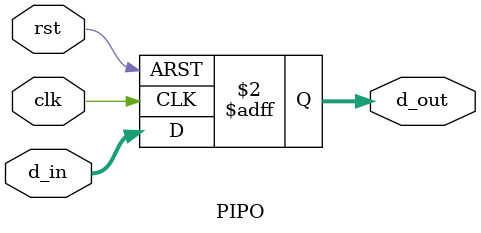
<source format=v>
`timescale 1ns / 1ps


module PIPO #(parameter WIDTH = 4) (
    input wire clk,        // Clock signal
    input wire rst,        // Asynchronous reset
    input wire [WIDTH-1:0] d_in,  // Parallel data input
    output reg [WIDTH-1:0] d_out  // Parallel data output
);

    // On the rising edge of the clock or reset
    always @(posedge clk or posedge rst) begin
        if (rst)
            d_out <= 0;    // Clear output on reset
        else
            d_out <= d_in; // Transfer input to output
    end

endmodule


</source>
